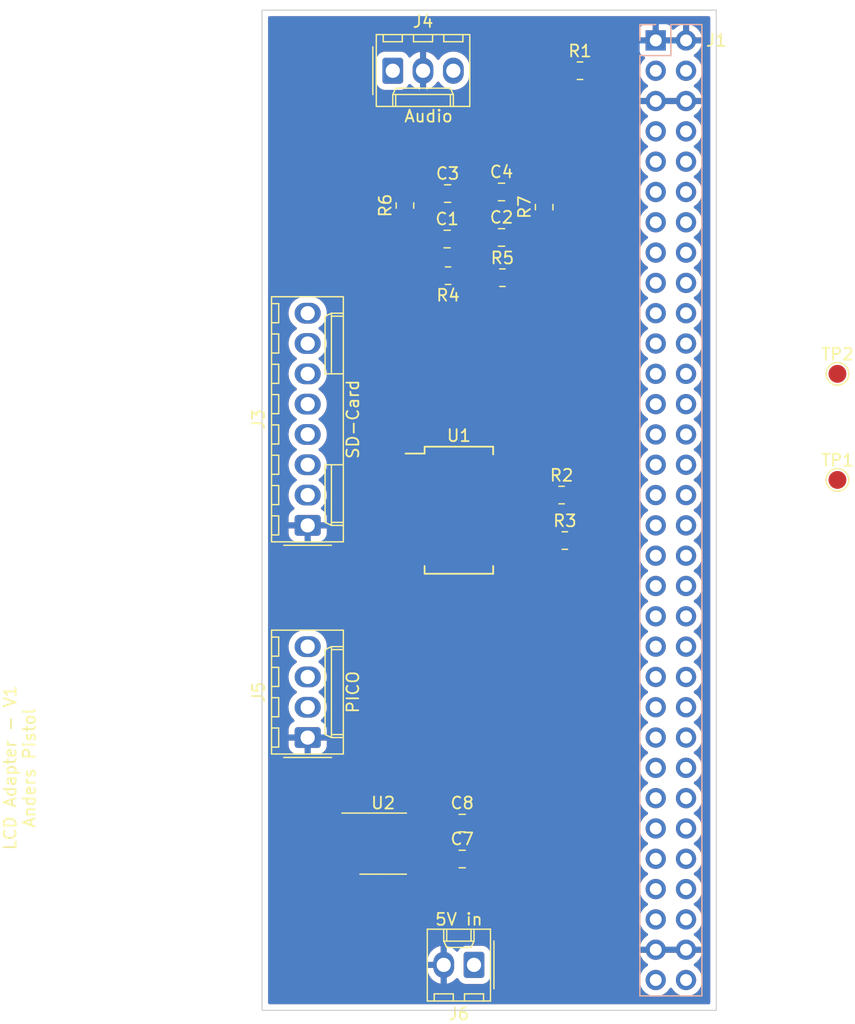
<source format=kicad_pcb>
(kicad_pcb (version 20211014) (generator pcbnew)
  (layers (0 "F.Cu" signal) (31 "B.Cu" signal) (34 "B.Paste" user) (35 "F.Paste" user) (36 "B.SilkS" user "B.Silkscreen") (37 "F.SilkS" user "F.Silkscreen") (38 "B.Mask" user) (39 "F.Mask" user) (44 "Edge.Cuts" user))
  (net 0 "")
  (net 1 "GND")
  (net 2 "5v0")
  (net 45 "/RX")
  (net 46 "/TX")
  (net 47 "/AUDIO_PWM_L")
  (net 48 "/AUDIO_PWM_R")
  (net 49 "/SD_CLK")
  (net 50 "/SD_CMD")
  (net 51 "/SD_DAT0")
  (net 52 "/SD_DAT2")
  (net 53 "/SD_DAT1")
  (net 54 "/SD_DAT3")
  (net 57 "5V_USB")
  (net 65 "Net-(J2-Pad3)")
  (net 66 "Net-(J2-Pad2)")
  (net 70 "Net-(R3-Pad1)")
  (net 71 "Net-(R2-Pad1)")
  (net 74 "Net-(C1-Pad1)")
  (net 75 "Net-(C2-Pad2)")
  (net 76 "Net-(C3-Pad1)")
  (net 77 "Net-(C4-Pad2)")
  (net 78 "Net-(C6-Pad2)")
  (net 79 "Net-(C5-Pad2)")
  (net 80 "Net-(D1-Pad1)")
  (net 81 "Net-(D2-Pad1)")
  (net 82 "/PICO_RX")
  (net 83 "/PICO_TX")
  (net 85 "Net-(U2-Pad6)")
  (net 86 "/3v3")
  (net 87 "Net-(J1-Pad3)")
  (net 88 "VIN")
  (footprint "Capacitor_SMD:C_0805_2012Metric_Pad1.18x1.45mm_HandSolder" (layer "F.Cu") (at 82.83 113.85)
    (fp_text reference "C8" (at 0 -1.68) (layer "F.SilkS"))
    (fp_text value "2.2uF")
    (fp_line (start -0.261252 0.735) (end 0.261252 0.735) (layer "F.SilkS") (width 0.12))
    (fp_line (start -0.261252 -0.735) (end 0.261252 -0.735) (layer "F.SilkS") (width 0.12))
    (pad "1" smd roundrect (at -1.0375 0) (size 1.175 1.45) (layers "F.Cu" "F.Paste" "F.Mask") (roundrect_rratio 0.212766) (net 86 "/3v3"))
    (pad "2" smd roundrect (at 1.0375 0) (size 1.175 1.45) (layers "F.Cu" "F.Paste" "F.Mask") (roundrect_rratio 0.212766) (net 1 "GND"))
  )
  (footprint "Connector_Molex:Molex_KK-254_AE-6410-03A_1x03_P2.54mm_Vertical" (layer "F.Cu") (at 77.005 50.8)
    (fp_text reference "J4" (at 2.54 -4.12) (layer "F.SilkS"))
    (fp_text value "Conn_01x03_Male")
    (fp_line (start 3.34 -2.43) (end 3.34 -3.03) (layer "F.SilkS") (width 0.12))
    (fp_line (start -0.8 -3.03) (end -0.8 -2.43) (layer "F.SilkS") (width 0.12))
    (fp_line (start 5.08 1.99) (end 5.08 2.99) (layer "F.SilkS") (width 0.12))
    (fp_line (start -1.38 2.99) (end 6.46 2.99) (layer "F.SilkS") (width 0.12))
    (fp_line (start 0.25 2.99) (end 0.25 1.99) (layer "F.SilkS") (width 0.12))
    (fp_line (start 4.28 -2.43) (end 5.88 -2.43) (layer "F.SilkS") (width 0.12))
    (fp_line (start 0 1.99) (end 0.25 1.46) (layer "F.SilkS") (width 0.12))
    (fp_line (start -0.8 -2.43) (end 0.8 -2.43) (layer "F.SilkS") (width 0.12))
    (fp_line (start 4.83 2.99) (end 4.83 1.99) (layer "F.SilkS") (width 0.12))
    (fp_line (start -1.38 -3.03) (end -1.38 2.99) (layer "F.SilkS") (width 0.12))
    (fp_line (start 0.8 -2.43) (end 0.8 -3.03) (layer "F.SilkS") (width 0.12))
    (fp_line (start 0 2.99) (end 0 1.99) (layer "F.SilkS") (width 0.12))
    (fp_line (start 5.88 -2.43) (end 5.88 -3.03) (layer "F.SilkS") (width 0.12))
    (fp_line (start 0 1.99) (end 5.08 1.99) (layer "F.SilkS") (width 0.12))
    (fp_line (start 1.74 -3.03) (end 1.74 -2.43) (layer "F.SilkS") (width 0.12))
    (fp_line (start 6.46 2.99) (end 6.46 -3.03) (layer "F.SilkS") (width 0.12))
    (fp_line (start 4.83 1.46) (end 5.08 1.99) (layer "F.SilkS") (width 0.12))
    (fp_line (start -1.67 -2) (end -1.67 2) (layer "F.SilkS") (width 0.12))
    (fp_line (start 1.74 -2.43) (end 3.34 -2.43) (layer "F.SilkS") (width 0.12))
    (fp_line (start 4.28 -3.03) (end 4.28 -2.43) (layer "F.SilkS") (width 0.12))
    (fp_line (start 0.25 1.46) (end 4.83 1.46) (layer "F.SilkS") (width 0.12))
    (fp_line (start 6.46 -3.03) (end -1.38 -3.03) (layer "F.SilkS") (width 0.12))
    (pad "1" thru_hole roundrect (at 0 0) (size 1.74 2.19) (drill 1.19) (layers *.Cu *.Mask) (roundrect_rratio 0.143678) (net 78 "Net-(C6-Pad2)"))
    (pad "2" thru_hole oval (at 2.54 0) (size 1.74 2.19) (drill 1.19) (layers *.Cu *.Mask) (net 1 "GND"))
    (pad "3" thru_hole oval (at 5.08 0) (size 1.74 2.19) (drill 1.19) (layers *.Cu *.Mask) (net 79 "Net-(C5-Pad2)"))
  )
  (footprint "Connector_Molex:Molex_KK-254_AE-6410-08A_1x08_P2.54mm_Vertical" (layer "F.Cu") (at 69.87 88.9 90)
    (fp_text reference "J3" (at 8.89 -4.12 90) (layer "F.SilkS"))
    (fp_text value "Conn_01x08_Male")
    (fp_line (start 4.28 -3.03) (end 4.28 -2.43) (layer "F.SilkS") (width 0.12))
    (fp_line (start 13.5 -2.43) (end 13.5 -3.03) (layer "F.SilkS") (width 0.12))
    (fp_line (start 0.8 -2.43) (end 0.8 -3.03) (layer "F.SilkS") (width 0.12))
    (fp_line (start 5.08 1.99) (end 5.08 2.99) (layer "F.SilkS") (width 0.12))
    (fp_line (start -0.8 -2.43) (end 0.8 -2.43) (layer "F.SilkS") (width 0.12))
    (fp_line (start 16.04 -2.43) (end 16.04 -3.03) (layer "F.SilkS") (width 0.12))
    (fp_line (start 0 1.99) (end 0.25 1.46) (layer "F.SilkS") (width 0.12))
    (fp_line (start 14.44 -2.43) (end 16.04 -2.43) (layer "F.SilkS") (width 0.12))
    (fp_line (start 5.08 1.46) (end 5.08 1.99) (layer "F.SilkS") (width 0.12))
    (fp_line (start -0.8 -3.03) (end -0.8 -2.43) (layer "F.SilkS") (width 0.12))
    (fp_line (start 19.16 2.99) (end 19.16 -3.03) (layer "F.SilkS") (width 0.12))
    (fp_line (start 8.42 -2.43) (end 8.42 -3.03) (layer "F.SilkS") (width 0.12))
    (fp_line (start 0.25 1.46) (end 5.08 1.46) (layer "F.SilkS") (width 0.12))
    (fp_line (start 10.96 -2.43) (end 10.96 -3.03) (layer "F.SilkS") (width 0.12))
    (fp_line (start 17.78 1.99) (end 17.53 1.46) (layer "F.SilkS") (width 0.12))
    (fp_line (start 0.25 2.99) (end 0.25 1.99) (layer "F.SilkS") (width 0.12))
    (fp_line (start 12.7 1.99) (end 12.7 2.99) (layer "F.SilkS") (width 0.12))
    (fp_line (start 14.44 -3.03) (end 14.44 -2.43) (layer "F.SilkS") (width 0.12))
    (fp_line (start 9.36 -2.43) (end 10.96 -2.43) (layer "F.SilkS") (width 0.12))
    (fp_line (start 6.82 -3.03) (end 6.82 -2.43) (layer "F.SilkS") (width 0.12))
    (fp_line (start 6.82 -2.43) (end 8.42 -2.43) (layer "F.SilkS") (width 0.12))
    (fp_line (start 17.78 1.99) (end 12.7 1.99) (layer "F.SilkS") (width 0.12))
    (fp_line (start 4.28 -2.43) (end 5.88 -2.43) (layer "F.SilkS") (width 0.12))
    (fp_line (start 1.74 -2.43) (end 3.34 -2.43) (layer "F.SilkS") (width 0.12))
    (fp_line (start 18.58 -2.43) (end 18.58 -3.03) (layer "F.SilkS") (width 0.12))
    (fp_line (start 9.36 -3.03) (end 9.36 -2.43) (layer "F.SilkS") (width 0.12))
    (fp_line (start 1.74 -3.03) (end 1.74 -2.43) (layer "F.SilkS") (width 0.12))
    (fp_line (start 11.9 -2.43) (end 13.5 -2.43) (layer "F.SilkS") (width 0.12))
    (fp_line (start -1.67 -2) (end -1.67 2) (layer "F.SilkS") (width 0.12))
    (fp_line (start 0 1.99) (end 5.08 1.99) (layer "F.SilkS") (width 0.12))
    (fp_line (start 5.88 -2.43) (end 5.88 -3.03) (layer "F.SilkS") (width 0.12))
    (fp_line (start -1.38 2.99) (end 19.16 2.99) (layer "F.SilkS") (width 0.12))
    (fp_line (start 16.98 -2.43) (end 18.58 -2.43) (layer "F.SilkS") (width 0.12))
    (fp_line (start -1.38 -3.03) (end -1.38 2.99) (layer "F.SilkS") (width 0.12))
    (fp_line (start 11.9 -3.03) (end 11.9 -2.43) (layer "F.SilkS") (width 0.12))
    (fp_line (start 17.53 1.46) (end 12.7 1.46) (layer "F.SilkS") (width 0.12))
    (fp_line (start 12.7 1.46) (end 12.7 1.99) (layer "F.SilkS") (width 0.12))
    (fp_line (start 0 2.99) (end 0 1.99) (layer "F.SilkS") (width 0.12))
    (fp_line (start 19.16 -3.03) (end -1.38 -3.03) (layer "F.SilkS") (width 0.12))
    (fp_line (start 3.34 -2.43) (end 3.34 -3.03) (layer "F.SilkS") (width 0.12))
    (fp_line (start 17.53 2.99) (end 17.53 1.99) (layer "F.SilkS") (width 0.12))
    (fp_line (start 16.98 -3.03) (end 16.98 -2.43) (layer "F.SilkS") (width 0.12))
    (fp_line (start 17.78 2.99) (end 17.78 1.99) (layer "F.SilkS") (width 0.12))
    (pad "1" thru_hole roundrect (at 0 0 90) (size 1.74 2.19) (drill 1.19) (layers *.Cu *.Mask) (roundrect_rratio 0.143678) (net 1 "GND"))
    (pad "2" thru_hole oval (at 2.54 0 90) (size 1.74 2.19) (drill 1.19) (layers *.Cu *.Mask) (net 54 "/SD_DAT3"))
    (pad "3" thru_hole oval (at 5.08 0 90) (size 1.74 2.19) (drill 1.19) (layers *.Cu *.Mask) (net 52 "/SD_DAT2"))
    (pad "4" thru_hole oval (at 7.62 0 90) (size 1.74 2.19) (drill 1.19) (layers *.Cu *.Mask) (net 53 "/SD_DAT1"))
    (pad "5" thru_hole oval (at 10.16 0 90) (size 1.74 2.19) (drill 1.19) (layers *.Cu *.Mask) (net 51 "/SD_DAT0"))
    (pad "6" thru_hole oval (at 12.7 0 90) (size 1.74 2.19) (drill 1.19) (layers *.Cu *.Mask) (net 50 "/SD_CMD"))
    (pad "7" thru_hole oval (at 15.24 0 90) (size 1.74 2.19) (drill 1.19) (layers *.Cu *.Mask) (net 49 "/SD_CLK"))
    (pad "8" thru_hole oval (at 17.78 0 90) (size 1.74 2.19) (drill 1.19) (layers *.Cu *.Mask) (net 86 "/3v3"))
  )
  (footprint "Package_SO:SSOP-28_5.3x10.2mm_P0.65mm" (layer "F.Cu") (at 82.55 87.63)
    (fp_text reference "U1" (at 0 -6.25) (layer "F.SilkS"))
    (fp_text value "FT232RL")
    (fp_line (start 2.875 5.325) (end 2.875 4.675) (layer "F.SilkS") (width 0.15))
    (fp_line (start -2.875 -5.325) (end 2.875 -5.325) (layer "F.SilkS") (width 0.15))
    (fp_line (start 2.875 -5.325) (end 2.875 -4.675) (layer "F.SilkS") (width 0.15))
    (fp_line (start -2.875 -4.75) (end -4.475 -4.75) (layer "F.SilkS") (width 0.15))
    (fp_line (start -2.875 5.325) (end 2.875 5.325) (layer "F.SilkS") (width 0.15))
    (fp_line (start -2.875 5.325) (end -2.875 4.675) (layer "F.SilkS") (width 0.15))
    (fp_line (start -2.875 -5.325) (end -2.875 -4.75) (layer "F.SilkS") (width 0.15))
    (pad "1" smd rect (at -3.6 -4.225) (size 1.75 0.45) (layers "F.Cu" "F.Paste" "F.Mask") (net 46 "/TX"))
    (pad "2" smd rect (at -3.6 -3.575) (size 1.75 0.45) (layers "F.Cu" "F.Paste" "F.Mask"))
    (pad "3" smd rect (at -3.6 -2.925) (size 1.75 0.45) (layers "F.Cu" "F.Paste" "F.Mask"))
    (pad "4" smd rect (at -3.6 -2.275) (size 1.75 0.45) (layers "F.Cu" "F.Paste" "F.Mask") (net 57 "5V_USB"))
    (pad "5" smd rect (at -3.6 -1.625) (size 1.75 0.45) (layers "F.Cu" "F.Paste" "F.Mask") (net 45 "/RX"))
    (pad "6" smd rect (at -3.6 -0.975) (size 1.75 0.45) (layers "F.Cu" "F.Paste" "F.Mask"))
    (pad "7" smd rect (at -3.6 -0.325) (size 1.75 0.45) (layers "F.Cu" "F.Paste" "F.Mask") (net 1 "GND"))
    (pad "8" smd rect (at -3.6 0.325) (size 1.75 0.45) (layers "F.Cu" "F.Paste" "F.Mask"))
    (pad "9" smd rect (at -3.6 0.975) (size 1.75 0.45) (layers "F.Cu" "F.Paste" "F.Mask"))
    (pad "10" smd rect (at -3.6 1.625) (size 1.75 0.45) (layers "F.Cu" "F.Paste" "F.Mask"))
    (pad "11" smd rect (at -3.6 2.275) (size 1.75 0.45) (layers "F.Cu" "F.Paste" "F.Mask"))
    (pad "12" smd rect (at -3.6 2.925) (size 1.75 0.45) (layers "F.Cu" "F.Paste" "F.Mask"))
    (pad "13" smd rect (at -3.6 3.575) (size 1.75 0.45) (layers "F.Cu" "F.Paste" "F.Mask"))
    (pad "14" smd rect (at -3.6 4.225) (size 1.75 0.45) (layers "F.Cu" "F.Paste" "F.Mask"))
    (pad "15" smd rect (at 3.6 4.225) (size 1.75 0.45) (layers "F.Cu" "F.Paste" "F.Mask") (net 65 "Net-(J2-Pad3)"))
    (pad "16" smd rect (at 3.6 3.575) (size 1.75 0.45) (layers "F.Cu" "F.Paste" "F.Mask") (net 66 "Net-(J2-Pad2)"))
    (pad "17" smd rect (at 3.6 2.925) (size 1.75 0.45) (layers "F.Cu" "F.Paste" "F.Mask"))
    (pad "18" smd rect (at 3.6 2.275) (size 1.75 0.45) (layers "F.Cu" "F.Paste" "F.Mask") (net 1 "GND"))
    (pad "19" smd rect (at 3.6 1.625) (size 1.75 0.45) (layers "F.Cu" "F.Paste" "F.Mask"))
    (pad "20" smd rect (at 3.6 0.975) (size 1.75 0.45) (layers "F.Cu" "F.Paste" "F.Mask"))
    (pad "21" smd rect (at 3.6 0.325) (size 1.75 0.45) (layers "F.Cu" "F.Paste" "F.Mask") (net 1 "GND"))
    (pad "22" smd rect (at 3.6 -0.325) (size 1.75 0.45) (layers "F.Cu" "F.Paste" "F.Mask") (net 70 "Net-(R3-Pad1)"))
    (pad "23" smd rect (at 3.6 -0.975) (size 1.75 0.45) (layers "F.Cu" "F.Paste" "F.Mask") (net 71 "Net-(R2-Pad1)"))
    (pad "24" smd rect (at 3.6 -1.625) (size 1.75 0.45) (layers "F.Cu" "F.Paste" "F.Mask"))
    (pad "25" smd rect (at 3.6 -2.275) (size 1.75 0.45) (layers "F.Cu" "F.Paste" "F.Mask") (net 1 "GND"))
    (pad "26" smd rect (at 3.6 -2.925) (size 1.75 0.45) (layers "F.Cu" "F.Paste" "F.Mask") (net 1 "GND"))
    (pad "27" smd rect (at 3.6 -3.575) (size 1.75 0.45) (layers "F.Cu" "F.Paste" "F.Mask"))
    (pad "28" smd rect (at 3.6 -4.225) (size 1.75 0.45) (layers "F.Cu" "F.Paste" "F.Mask"))
  )
  (footprint "Resistor_SMD:R_0805_2012Metric_Pad1.20x1.40mm_HandSolder" (layer "F.Cu") (at 89.705 62.23 90)
    (fp_text reference "R7" (at 0 -1.65 90) (layer "F.SilkS"))
    (fp_text value "560")
    (fp_line (start -0.227064 0.735) (end 0.227064 0.735) (layer "F.SilkS") (width 0.12))
    (fp_line (start -0.227064 -0.735) (end 0.227064 -0.735) (layer "F.SilkS") (width 0.12))
    (pad "1" smd roundrect (at -1 0 90) (size 1.2 1.4) (layers "F.Cu" "F.Paste" "F.Mask") (roundrect_rratio 0.208333) (net 75 "Net-(C2-Pad2)"))
    (pad "2" smd roundrect (at 1 0 90) (size 1.2 1.4) (layers "F.Cu" "F.Paste" "F.Mask") (roundrect_rratio 0.208333) (net 77 "Net-(C4-Pad2)"))
  )
  (footprint "TestPoint:TestPoint_Pad_D1.5mm" (layer "F.Cu") (at 114.3 85.09)
    (fp_text reference "TP1" (at 0 -1.648) (layer "F.SilkS"))
    (fp_text value "5v0")
    (fp_circle (center 0 0) (end 0 0.95) (layer "F.SilkS") (width 0.12) (fill none))
    (pad "1" smd circle (at 0 0) (size 1.5 1.5) (layers "F.Cu" "F.Mask") (net 2 "5v0"))
  )
  (footprint "Capacitor_SMD:C_0805_2012Metric_Pad1.18x1.45mm_HandSolder" (layer "F.Cu") (at 81.566508 64.904044)
    (fp_text reference "C1" (at 0 -1.68) (layer "F.SilkS"))
    (fp_text value "10nF")
    (fp_line (start -0.261252 0.735) (end 0.261252 0.735) (layer "F.SilkS") (width 0.12))
    (fp_line (start -0.261252 -0.735) (end 0.261252 -0.735) (layer "F.SilkS") (width 0.12))
    (pad "1" smd roundrect (at -1.0375 0) (size 1.175 1.45) (layers "F.Cu" "F.Paste" "F.Mask") (roundrect_rratio 0.212766) (net 74 "Net-(C1-Pad1)"))
    (pad "2" smd roundrect (at 1.0375 0) (size 1.175 1.45) (layers "F.Cu" "F.Paste" "F.Mask") (roundrect_rratio 0.212766) (net 1 "GND"))
  )
  (footprint "Resistor_SMD:R_0805_2012Metric_Pad1.20x1.40mm_HandSolder" (layer "F.Cu") (at 86.203167 68.142981)
    (fp_text reference "R5" (at 0 -1.65) (layer "F.SilkS"))
    (fp_text value "560")
    (fp_line (start -0.227064 -0.735) (end 0.227064 -0.735) (layer "F.SilkS") (width 0.12))
    (fp_line (start -0.227064 0.735) (end 0.227064 0.735) (layer "F.SilkS") (width 0.12))
    (pad "1" smd roundrect (at -1 0) (size 1.2 1.4) (layers "F.Cu" "F.Paste" "F.Mask") (roundrect_rratio 0.208333) (net 48 "/AUDIO_PWM_R"))
    (pad "2" smd roundrect (at 1 0) (size 1.2 1.4) (layers "F.Cu" "F.Paste" "F.Mask") (roundrect_rratio 0.208333) (net 75 "Net-(C2-Pad2)"))
  )
  (footprint "Resistor_SMD:R_0805_2012Metric_Pad1.20x1.40mm_HandSolder" (layer "F.Cu") (at 92.71 50.8)
    (fp_text reference "R1" (at 0 -1.65) (layer "F.SilkS"))
    (fp_text value "0")
    (fp_line (start -0.227064 -0.735) (end 0.227064 -0.735) (layer "F.SilkS") (width 0.12))
    (fp_line (start -0.227064 0.735) (end 0.227064 0.735) (layer "F.SilkS") (width 0.12))
    (pad "1" smd roundrect (at -1 0) (size 1.2 1.4) (layers "F.Cu" "F.Paste" "F.Mask") (roundrect_rratio 0.208333) (net 87 "Net-(J1-Pad3)"))
    (pad "2" smd roundrect (at 1 0) (size 1.2 1.4) (layers "F.Cu" "F.Paste" "F.Mask") (roundrect_rratio 0.208333) (net 86 "/3v3"))
  )
  (footprint "Resistor_SMD:R_0805_2012Metric_Pad1.20x1.40mm_HandSolder" (layer "F.Cu") (at 78.029008 62.094044 90)
    (fp_text reference "R6" (at 0 -1.65 90) (layer "F.SilkS"))
    (fp_text value "560")
    (fp_line (start -0.227064 -0.735) (end 0.227064 -0.735) (layer "F.SilkS") (width 0.12))
    (fp_line (start -0.227064 0.735) (end 0.227064 0.735) (layer "F.SilkS") (width 0.12))
    (pad "1" smd roundrect (at -1 0 90) (size 1.2 1.4) (layers "F.Cu" "F.Paste" "F.Mask") (roundrect_rratio 0.208333) (net 74 "Net-(C1-Pad1)"))
    (pad "2" smd roundrect (at 1 0 90) (size 1.2 1.4) (layers "F.Cu" "F.Paste" "F.Mask") (roundrect_rratio 0.208333) (net 76 "Net-(C3-Pad1)"))
  )
  (footprint "Package_SO:SOIC-8_3.9x4.9mm_P1.27mm" (layer "F.Cu") (at 76.2 115.57)
    (fp_text reference "U2" (at 0 -3.4) (layer "F.SilkS"))
    (fp_text value "LP2951-3.3_SOIC")
    (fp_line (start 0 -2.56) (end -3.45 -2.56) (layer "F.SilkS") (width 0.12))
    (fp_line (start 0 2.56) (end 1.95 2.56) (layer "F.SilkS") (width 0.12))
    (fp_line (start 0 -2.56) (end 1.95 -2.56) (layer "F.SilkS") (width 0.12))
    (fp_line (start 0 2.56) (end -1.95 2.56) (layer "F.SilkS") (width 0.12))
    (pad "1" smd roundrect (at -2.475 -1.905) (size 1.95 0.6) (layers "F.Cu" "F.Paste" "F.Mask") (net 86 "/3v3"))
    (pad "2" smd roundrect (at -2.475 -0.635) (size 1.95 0.6) (layers "F.Cu" "F.Paste" "F.Mask") (net 86 "/3v3"))
    (pad "3" smd roundrect (at -2.475 0.635) (size 1.95 0.6) (layers "F.Cu" "F.Paste" "F.Mask") (net 1 "GND"))
    (pad "4" smd roundrect (at -2.475 1.905) (size 1.95 0.6) (layers "F.Cu" "F.Paste" "F.Mask") (net 1 "GND"))
    (pad "5" smd roundrect (at 2.475 1.905) (size 1.95 0.6) (layers "F.Cu" "F.Paste" "F.Mask"))
    (pad "6" smd roundrect (at 2.475 0.635) (size 1.95 0.6) (layers "F.Cu" "F.Paste" "F.Mask") (net 85 "Net-(U2-Pad6)"))
    (pad "7" smd roundrect (at 2.475 -0.635) (size 1.95 0.6) (layers "F.Cu" "F.Paste" "F.Mask") (net 85 "Net-(U2-Pad6)"))
    (pad "8" smd roundrect (at 2.475 -1.905) (size 1.95 0.6) (layers "F.Cu" "F.Paste" "F.Mask") (net 88 "VIN"))
  )
  (footprint "Resistor_SMD:R_0805_2012Metric_Pad1.20x1.40mm_HandSolder" (layer "F.Cu") (at 91.44 90.17)
    (fp_text reference "R3" (at 0 -1.65) (layer "F.SilkS"))
    (fp_text value "0")
    (fp_line (start -0.227064 -0.735) (end 0.227064 -0.735) (layer "F.SilkS") (width 0.12))
    (fp_line (start -0.227064 0.735) (end 0.227064 0.735) (layer "F.SilkS") (width 0.12))
    (pad "1" smd roundrect (at -1 0) (size 1.2 1.4) (layers "F.Cu" "F.Paste" "F.Mask") (roundrect_rratio 0.208333) (net 70 "Net-(R3-Pad1)"))
    (pad "2" smd roundrect (at 1 0) (size 1.2 1.4) (layers "F.Cu" "F.Paste" "F.Mask") (roundrect_rratio 0.208333) (net 81 "Net-(D2-Pad1)"))
  )
  (footprint "Resistor_SMD:R_0805_2012Metric_Pad1.20x1.40mm_HandSolder" (layer "F.Cu") (at 91.17 86.36)
    (fp_text reference "R2" (at 0 -1.65) (layer "F.SilkS"))
    (fp_text value "0")
    (fp_line (start -0.227064 0.735) (end 0.227064 0.735) (layer "F.SilkS") (width 0.12))
    (fp_line (start -0.227064 -0.735) (end 0.227064 -0.735) (layer "F.SilkS") (width 0.12))
    (pad "1" smd roundrect (at -1 0) (size 1.2 1.4) (layers "F.Cu" "F.Paste" "F.Mask") (roundrect_rratio 0.208333) (net 71 "Net-(R2-Pad1)"))
    (pad "2" smd roundrect (at 1 0) (size 1.2 1.4) (layers "F.Cu" "F.Paste" "F.Mask") (roundrect_rratio 0.208333) (net 80 "Net-(D1-Pad1)"))
  )
  (footprint "Capacitor_SMD:C_0805_2012Metric_Pad1.18x1.45mm_HandSolder" (layer "F.Cu") (at 82.83 116.86)
    (fp_text reference "C7" (at 0 -1.68) (layer "F.SilkS"))
    (fp_text value "0.1uF")
    (fp_line (start -0.261252 -0.735) (end 0.261252 -0.735) (layer "F.SilkS") (width 0.12))
    (fp_line (start -0.261252 0.735) (end 0.261252 0.735) (layer "F.SilkS") (width 0.12))
    (pad "1" smd roundrect (at -1.0375 0) (size 1.175 1.45) (layers "F.Cu" "F.Paste" "F.Mask") (roundrect_rratio 0.212766) (net 86 "/3v3"))
    (pad "2" smd roundrect (at 1.0375 0) (size 1.175 1.45) (layers "F.Cu" "F.Paste" "F.Mask") (roundrect_rratio 0.212766) (net 1 "GND"))
  )
  (footprint "Capacitor_SMD:C_0805_2012Metric_Pad1.18x1.45mm_HandSolder" (layer "F.Cu") (at 86.1275 60.96)
    (fp_text reference "C4" (at 0 -1.68) (layer "F.SilkS"))
    (fp_text value "10nF")
    (fp_line (start -0.261252 0.735) (end 0.261252 0.735) (layer "F.SilkS") (width 0.12))
    (fp_line (start -0.261252 -0.735) (end 0.261252 -0.735) (layer "F.SilkS") (width 0.12))
    (pad "1" smd roundrect (at -1.0375 0) (size 1.175 1.45) (layers "F.Cu" "F.Paste" "F.Mask") (roundrect_rratio 0.212766) (net 1 "GND"))
    (pad "2" smd roundrect (at 1.0375 0) (size 1.175 1.45) (layers "F.Cu" "F.Paste" "F.Mask") (roundrect_rratio 0.212766) (net 77 "Net-(C4-Pad2)"))
  )
  (footprint "Capacitor_SMD:C_0805_2012Metric_Pad1.18x1.45mm_HandSolder" (layer "F.Cu") (at 81.606508 61.094044)
    (fp_text reference "C3" (at 0 -1.68) (layer "F.SilkS"))
    (fp_text value "10nF")
    (fp_line (start -0.261252 -0.735) (end 0.261252 -0.735) (layer "F.SilkS") (width 0.12))
    (fp_line (start -0.261252 0.735) (end 0.261252 0.735) (layer "F.SilkS") (width 0.12))
    (pad "1" smd roundrect (at -1.0375 0) (size 1.175 1.45) (layers "F.Cu" "F.Paste" "F.Mask") (roundrect_rratio 0.212766) (net 76 "Net-(C3-Pad1)"))
    (pad "2" smd roundrect (at 1.0375 0) (size 1.175 1.45) (layers "F.Cu" "F.Paste" "F.Mask") (roundrect_rratio 0.212766) (net 1 "GND"))
  )
  (footprint "Capacitor_SMD:C_0805_2012Metric_Pad1.18x1.45mm_HandSolder" (layer "F.Cu") (at 86.1275 64.77)
    (fp_text reference "C2" (at 0 -1.68) (layer "F.SilkS"))
    (fp_text value "10nF")
    (fp_line (start -0.261252 -0.735) (end 0.261252 -0.735) (layer "F.SilkS") (width 0.12))
    (fp_line (start -0.261252 0.735) (end 0.261252 0.735) (layer "F.SilkS") (width 0.12))
    (pad "1" smd roundrect (at -1.0375 0) (size 1.175 1.45) (layers "F.Cu" "F.Paste" "F.Mask") (roundrect_rratio 0.212766) (net 1 "GND"))
    (pad "2" smd roundrect (at 1.0375 0) (size 1.175 1.45) (layers "F.Cu" "F.Paste" "F.Mask") (roundrect_rratio 0.212766) (net 75 "Net-(C2-Pad2)"))
  )
  (footprint "Connector_Molex:Molex_KK-254_AE-6410-02A_1x02_P2.54mm_Vertical" (layer "F.Cu") (at 83.82 125.73 180)
    (fp_text reference "J6" (at 1.27 -4.12) (layer "F.SilkS"))
    (fp_text value "Conn_01x02_Male")
    (fp_line (start -1.38 -3.03) (end -1.38 2.99) (layer "F.SilkS") (width 0.12))
    (fp_line (start 2.29 2.99) (end 2.29 1.99) (layer "F.SilkS") (width 0.12))
    (fp_line (start 2.54 1.99) (end 2.54 2.99) (layer "F.SilkS") (width 0.12))
    (fp_line (start -1.67 -2) (end -1.67 2) (layer "F.SilkS") (width 0.12))
    (fp_line (start 0.8 -2.43) (end 0.8 -3.03) (layer "F.SilkS") (width 0.12))
    (fp_line (start -1.38 2.99) (end 3.92 2.99) (layer "F.SilkS") (width 0.12))
    (fp_line (start 3.34 -2.43) (end 3.34 -3.03) (layer "F.SilkS") (width 0.12))
    (fp_line (start -0.8 -3.03) (end -0.8 -2.43) (layer "F.SilkS") (width 0.12))
    (fp_line (start 0.25 2.99) (end 0.25 1.99) (layer "F.SilkS") (width 0.12))
    (fp_line (start 2.29 1.46) (end 2.54 1.99) (layer "F.SilkS") (width 0.12))
    (fp_line (start 3.92 -3.03) (end -1.38 -3.03) (layer "F.SilkS") (width 0.12))
    (fp_line (start 1.74 -2.43) (end 3.34 -2.43) (layer "F.SilkS") (width 0.12))
    (fp_line (start -0.8 -2.43) (end 0.8 -2.43) (layer "F.SilkS") (width 0.12))
    (fp_line (start 0 2.99) (end 0 1.99) (layer "F.SilkS") (width 0.12))
    (fp_line (start 3.92 2.99) (end 3.92 -3.03) (layer "F.SilkS") (width 0.12))
    (fp_line (start 0.25 1.46) (end 2.29 1.46) (layer "F.SilkS") (width 0.12))
    (fp_line (start 0 1.99) (end 0.25 1.46) (layer "F.SilkS") (width 0.12))
    (fp_line (start 0 1.99) (end 2.54 1.99) (layer "F.SilkS") (width 0.12))
    (fp_line (start 1.74 -3.03) (end 1.74 -2.43) (layer "F.SilkS") (width 0.12))
    (pad "1" thru_hole roundrect (at 0 0 180) (size 1.74 2.19) (drill 1.19) (layers *.Cu *.Mask) (roundrect_rratio 0.143678) (net 88 "VIN"))
    (pad "2" thru_hole oval (at 2.54 0 180) (size 1.74 2.19) (drill 1.19) (layers *.Cu *.Mask) (net 1 "GND"))
  )
  (footprint "Connector_Molex:Molex_KK-254_AE-6410-04A_1x04_P2.54mm_Vertical" (layer "F.Cu") (at 69.87 106.68 90)
    (fp_text reference "J5" (at 3.81 -4.12 90) (layer "F.SilkS"))
    (fp_text value "Conn_01x04_Male")
    (fp_line (start -0.8 -2.43) (end 0.8 -2.43) (layer "F.SilkS") (width 0.12))
    (fp_line (start 6.82 -2.43) (end 8.42 -2.43) (layer "F.SilkS") (width 0.12))
    (fp_line (start 1.74 -3.03) (end 1.74 -2.43) (layer "F.SilkS") (width 0.12))
    (fp_line (start 1.74 -2.43) (end 3.34 -2.43) (layer "F.SilkS") (width 0.12))
    (fp_line (start 4.28 -2.43) (end 5.88 -2.43) (layer "F.SilkS") (width 0.12))
    (fp_line (start 0 1.99) (end 7.62 1.99) (layer "F.SilkS") (width 0.12))
    (fp_line (start 7.37 1.46) (end 7.62 1.99) (layer "F.SilkS") (width 0.12))
    (fp_line (start 0 2.99) (end 0 1.99) (layer "F.SilkS") (width 0.12))
    (fp_line (start -1.67 -2) (end -1.67 2) (layer "F.SilkS") (width 0.12))
    (fp_line (start -1.38 2.99) (end 9 2.99) (layer "F.SilkS") (width 0.12))
    (fp_line (start 0.25 1.46) (end 7.37 1.46) (layer "F.SilkS") (width 0.12))
    (fp_line (start 0.8 -2.43) (end 0.8 -3.03) (layer "F.SilkS") (width 0.12))
    (fp_line (start 5.88 -2.43) (end 5.88 -3.03) (layer "F.SilkS") (width 0.12))
    (fp_line (start 7.62 1.99) (end 7.62 2.99) (layer "F.SilkS") (width 0.12))
    (fp_line (start 0 1.99) (end 0.25 1.46) (layer "F.SilkS") (width 0.12))
    (fp_line (start 8.42 -2.43) (end 8.42 -3.03) (layer "F.SilkS") (width 0.12))
    (fp_line (start -1.38 -3.03) (end -1.38 2.99) (layer "F.SilkS") (width 0.12))
    (fp_line (start 9 2.99) (end 9 -3.03) (layer "F.SilkS") (width 0.12))
    (fp_line (start 3.34 -2.43) (end 3.34 -3.03) (layer "F.SilkS") (width 0.12))
    (fp_line (start 6.82 -3.03) (end 6.82 -2.43) (layer "F.SilkS") (width 0.12))
    (fp_line (start 9 -3.03) (end -1.38 -3.03) (layer "F.SilkS") (width 0.12))
    (fp_line (start -0.8 -3.03) (end -0.8 -2.43) (layer "F.SilkS") (width 0.12))
    (fp_line (start 0.25 2.99) (end 0.25 1.99) (layer "F.SilkS") (width 0.12))
    (fp_line (start 7.37 2.99) (end 7.37 1.99) (layer "F.SilkS") (width 0.12))
    (fp_line (start 4.28 -3.03) (end 4.28 -2.43) (layer "F.SilkS") (width 0.12))
    (pad "1" thru_hole roundrect (at 0 0 90) (size 1.74 2.19) (drill 1.19) (layers *.Cu *.Mask) (roundrect_rratio 0.143678) (net 1 "GND"))
    (pad "2" thru_hole oval (at 2.54 0 90) (size 1.74 2.19) (drill 1.19) (layers *.Cu *.Mask) (net 83 "/PICO_TX"))
    (pad "3" thru_hole oval (at 5.08 0 90) (size 1.74 2.19) (drill 1.19) (layers *.Cu *.Mask) (net 82 "/PICO_RX"))
    (pad "4" thru_hole oval (at 7.62 0 90) (size 1.74 2.19) (drill 1.19) (layers *.Cu *.Mask) (net 86 "/3v3"))
  )
  (footprint "Resistor_SMD:R_0805_2012Metric_Pad1.20x1.40mm_HandSolder" (layer "F.Cu") (at 81.645379 67.973666 180)
    (fp_text reference "R4" (at 0 -1.65) (layer "F.SilkS"))
    (fp_text value "560")
    (fp_line (start -0.227064 -0.735) (end 0.227064 -0.735) (layer "F.SilkS") (width 0.12))
    (fp_line (start -0.227064 0.735) (end 0.227064 0.735) (layer "F.SilkS") (width 0.12))
    (pad "1" smd roundrect (at -1 0 180) (size 1.2 1.4) (layers "F.Cu" "F.Paste" "F.Mask") (roundrect_rratio 0.208333) (net 47 "/AUDIO_PWM_L"))
    (pad "2" smd roundrect (at 1 0 180) (size 1.2 1.4) (layers "F.Cu" "F.Paste" "F.Mask") (roundrect_rratio 0.208333) (net 74 "Net-(C1-Pad1)"))
  )
  (footprint "TestPoint:TestPoint_Pad_D1.5mm" (layer "F.Cu") (at 114.3 76.2)
    (fp_text reference "TP2" (at 0 -1.648) (layer "F.SilkS"))
    (fp_text value "3v3")
    (fp_circle (center 0 0) (end 0 0.95) (layer "F.SilkS") (width 0.12) (fill none))
    (pad "1" smd circle (at 0 0) (size 1.5 1.5) (layers "F.Cu" "F.Mask") (net 86 "/3v3"))
  )
  (footprint "Connector_PinSocket_2.54mm:PinSocket_2x32_P2.54mm_Vertical" (layer "B.Cu") (at 99.06 48.26 180)
    (fp_text reference "J1" (at -5.08 0) (layer "F.SilkS"))
    (fp_text value "Conn_02x32_Odd_Even")
    (fp_line (start -3.87 1.33) (end -1.27 1.33) (layer "B.SilkS") (width 0.12))
    (fp_line (start -1.27 -1.27) (end 1.33 -1.27) (layer "B.SilkS") (width 0.12))
    (fp_line (start -1.27 1.33) (end -1.27 -1.27) (layer "B.SilkS") (width 0.12))
    (fp_line (start 0 1.33) (end 1.33 1.33) (layer "B.SilkS") (width 0.12))
    (fp_line (start 1.33 -1.27) (end 1.33 -80.07) (layer "B.SilkS") (width 0.12))
    (fp_line (start 1.33 1.33) (end 1.33 0) (layer "B.SilkS") (width 0.12))
    (fp_line (start -3.87 1.33) (end -3.87 -80.07) (layer "B.SilkS") (width 0.12))
    (fp_line (start -3.87 -80.07) (end 1.33 -80.07) (layer "B.SilkS") (width 0.12))
    (pad "1" thru_hole rect (at 0 0 180) (size 1.7 1.7) (drill 1) (layers *.Cu *.Mask) (net 1 "GND"))
    (pad "2" thru_hole oval (at -2.54 0 180) (size 1.7 1.7) (drill 1) (layers *.Cu *.Mask) (net 1 "GND"))
    (pad "3" thru_hole oval (at 0 -2.54 180) (size 1.7 1.7) (drill 1) (layers *.Cu *.Mask) (net 87 "Net-(J1-Pad3)"))
    (pad "4" thru_hole oval (at -2.54 -2.54 180) (size 1.7 1.7) (drill 1) (layers *.Cu *.Mask) (net 87 "Net-(J1-Pad3)"))
    (pad "5" thru_hole oval (at 0 -5.08 180) (size 1.7 1.7) (drill 1) (layers *.Cu *.Mask) (net 1 "GND"))
    (pad "6" thru_hole oval (at -2.54 -5.08 180) (size 1.7 1.7) (drill 1) (layers *.Cu *.Mask) (net 1 "GND"))
    (pad "7" thru_hole oval (at 0 -7.62 180) (size 1.7 1.7) (drill 1) (layers *.Cu *.Mask))
    (pad "8" thru_hole oval (at -2.54 -7.62 180) (size 1.7 1.7) (drill 1) (layers *.Cu *.Mask))
    (pad "9" thru_hole oval (at 0 -10.16 180) (size 1.7 1.7) (drill 1) (layers *.Cu *.Mask))
    (pad "10" thru_hole oval (at -2.54 -10.16 180) (size 1.7 1.7) (drill 1) (layers *.Cu *.Mask))
    (pad "11" thru_hole oval (at 0 -12.7 180) (size 1.7 1.7) (drill 1) (layers *.Cu *.Mask))
    (pad "12" thru_hole oval (at -2.54 -12.7 180) (size 1.7 1.7) (drill 1) (layers *.Cu *.Mask))
    (pad "13" thru_hole oval (at 0 -15.24 180) (size 1.7 1.7) (drill 1) (layers *.Cu *.Mask))
    (pad "14" thru_hole oval (at -2.54 -15.24 180) (size 1.7 1.7) (drill 1) (layers *.Cu *.Mask))
    (pad "15" thru_hole oval (at 0 -17.78 180) (size 1.7 1.7) (drill 1) (layers *.Cu *.Mask))
    (pad "16" thru_hole oval (at -2.54 -17.78 180) (size 1.7 1.7) (drill 1) (layers *.Cu *.Mask))
    (pad "17" thru_hole oval (at 0 -20.32 180) (size 1.7 1.7) (drill 1) (layers *.Cu *.Mask))
    (pad "18" thru_hole oval (at -2.54 -20.32 180) (size 1.7 1.7) (drill 1) (layers *.Cu *.Mask))
    (pad "19" thru_hole oval (at 0 -22.86 180) (size 1.7 1.7) (drill 1) (layers *.Cu *.Mask))
    (pad "20" thru_hole oval (at -2.54 -22.86 180) (size 1.7 1.7) (drill 1) (layers *.Cu *.Mask))
    (pad "21" thru_hole oval (at 0 -25.4 180) (size 1.7 1.7) (drill 1) (layers *.Cu *.Mask))
    (pad "22" thru_hole oval (at -2.54 -25.4 180) (size 1.7 1.7) (drill 1) (layers *.Cu *.Mask))
    (pad "23" thru_hole oval (at 0 -27.94 180) (size 1.7 1.7) (drill 1) (layers *.Cu *.Mask))
    (pad "24" thru_hole oval (at -2.54 -27.94 180) (size 1.7 1.7) (drill 1) (layers *.Cu *.Mask))
    (pad "25" thru_hole oval (at 0 -30.48 180) (size 1.7 1.7) (drill 1) (layers *.Cu *.Mask))
    (pad "26" thru_hole oval (at -2.54 -30.48 180) (size 1.7 1.7) (drill 1) (layers *.Cu *.Mask))
    (pad "27" thru_hole oval (at 0 -33.02 180) (size 1.7 1.7) (drill 1) (layers *.Cu *.Mask))
    (pad "28" thru_hole oval (at -2.54 -33.02 180) (size 1.7 1.7) (drill 1) (layers *.Cu *.Mask))
    (pad "29" thru_hole oval (at 0 -35.56 180) (size 1.7 1.7) (drill 1) (layers *.Cu *.Mask))
    (pad "30" thru_hole oval (at -2.54 -35.56 180) (size 1.7 1.7) (drill 1) (layers *.Cu *.Mask))
    (pad "31" thru_hole oval (at 0 -38.1 180) (size 1.7 1.7) (drill 1) (layers *.Cu *.Mask))
    (pad "32" thru_hole oval (at -2.54 -38.1 180) (size 1.7 1.7) (drill 1) (layers *.Cu *.Mask))
    (pad "33" thru_hole oval (at 0 -40.64 180) (size 1.7 1.7) (drill 1) (layers *.Cu *.Mask))
    (pad "34" thru_hole oval (at -2.54 -40.64 180) (size 1.7 1.7) (drill 1) (layers *.Cu *.Mask))
    (pad "35" thru_hole oval (at 0 -43.18 180) (size 1.7 1.7) (drill 1) (layers *.Cu *.Mask))
    (pad "36" thru_hole oval (at -2.54 -43.18 180) (size 1.7 1.7) (drill 1) (layers *.Cu *.Mask))
    (pad "37" thru_hole oval (at 0 -45.72 180) (size 1.7 1.7) (drill 1) (layers *.Cu *.Mask))
    (pad "38" thru_hole oval (at -2.54 -45.72 180) (size 1.7 1.7) (drill 1) (layers *.Cu *.Mask))
    (pad "39" thru_hole oval (at 0 -48.26 180) (size 1.7 1.7) (drill 1) (layers *.Cu *.Mask))
    (pad "40" thru_hole oval (at -2.54 -48.26 180) (size 1.7 1.7) (drill 1) (layers *.Cu *.Mask))
    (pad "41" thru_hole oval (at 0 -50.8 180) (size 1.7 1.7) (drill 1) (layers *.Cu *.Mask))
    (pad "42" thru_hole oval (at -2.54 -50.8 180) (size 1.7 1.7) (drill 1) (layers *.Cu *.Mask))
    (pad "43" thru_hole oval (at 0 -53.34 180) (size 1.7 1.7) (drill 1) (layers *.Cu *.Mask))
    (pad "44" thru_hole oval (at -2.54 -53.34 180) (size 1.7 1.7) (drill 1) (layers *.Cu *.Mask))
    (pad "45" thru_hole oval (at 0 -55.88 180) (size 1.7 1.7) (drill 1) (layers *.Cu *.Mask) (net 45 "/RX"))
    (pad "46" thru_hole oval (at -2.54 -55.88 180) (size 1.7 1.7) (drill 1) (layers *.Cu *.Mask) (net 82 "/PICO_RX"))
    (pad "47" thru_hole oval (at 0 -58.42 180) (size 1.7 1.7) (drill 1) (layers *.Cu *.Mask) (net 46 "/TX"))
    (pad "48" thru_hole oval (at -2.54 -58.42 180) (size 1.7 1.7) (drill 1) (layers *.Cu *.Mask) (net 83 "/PICO_TX"))
    (pad "49" thru_hole oval (at 0 -60.96 180) (size 1.7 1.7) (drill 1) (layers *.Cu *.Mask) (net 47 "/AUDIO_PWM_L"))
    (pad "50" thru_hole oval (at -2.54 -60.96 180) (size 1.7 1.7) (drill 1) (layers *.Cu *.Mask))
    (pad "51" thru_hole oval (at 0 -63.5 180) (size 1.7 1.7) (drill 1) (layers *.Cu *.Mask) (net 48 "/AUDIO_PWM_R"))
    (pad "52" thru_hole oval (at -2.54 -63.5 180) (size 1.7 1.7) (drill 1) (layers *.Cu *.Mask))
    (pad "53" thru_hole oval (at 0 -66.04 180) (size 1.7 1.7) (drill 1) (layers *.Cu *.Mask) (net 49 "/SD_CLK"))
    (pad "54" thru_hole oval (at -2.54 -66.04 180) (size 1.7 1.7) (drill 1) (layers *.Cu *.Mask))
    (pad "55" thru_hole oval (at 0 -68.58 180) (size 1.7 1.7) (drill 1) (layers *.Cu *.Mask) (net 50 "/SD_CMD"))
    (pad "56" thru_hole oval (at -2.54 -68.58 180) (size 1.7 1.7) (drill 1) (layers *.Cu *.Mask))
    (pad "57" thru_hole oval (at 0 -71.12 180) (size 1.7 1.7) (drill 1) (layers *.Cu *.Mask) (net 51 "/SD_DAT0"))
    (pad "58" thru_hole oval (at -2.54 -71.12 180) (size 1.7 1.7) (drill 1) (layers *.Cu *.Mask) (net 52 "/SD_DAT2"))
    (pad "59" thru_hole oval (at 0 -73.66 180) (size 1.7 1.7) (drill 1) (layers *.Cu *.Mask) (net 53 "/SD_DAT1"))
    (pad "60" thru_hole oval (at -2.54 -73.66 180) (size 1.7 1.7) (drill 1) (layers *.Cu *.Mask) (net 54 "/SD_DAT3"))
    (pad "61" thru_hole oval (at 0 -76.2 180) (size 1.7 1.7) (drill 1) (layers *.Cu *.Mask) (net 1 "GND"))
    (pad "62" thru_hole oval (at -2.54 -76.2 180) (size 1.7 1.7) (drill 1) (layers *.Cu *.Mask) (net 1 "GND"))
    (pad "63" thru_hole oval (at 0 -78.74 180) (size 1.7 1.7) (drill 1) (layers *.Cu *.Mask) (net 2 "5v0"))
    (pad "64" thru_hole oval (at -2.54 -78.74 180) (size 1.7 1.7) (drill 1) (layers *.Cu *.Mask) (net 2 "5v0"))
  )
  (gr_rect (start 66.04 45.72) (end 104.14 129.54) (layer "Edge.Cuts") (width 0.1) (fill none))
  (gr_text "LCD Adapter - V1\nAnders Pistol" (at 45.72 109.22 90) (layer "F.SilkS") (effects (font (size 1 1))))
  (gr_text "PICO" (at 73.66 102.87 90) (layer "F.SilkS") (effects (font (size 1 1))))
  (gr_text "SD-Card" (at 73.66 80.01 90) (layer "F.SilkS") (effects (font (size 1 1))))
  (gr_text "Audio" (at 80.01 54.61) (layer "F.SilkS") (effects (font (size 1 1))))
  (gr_text "5V in" (at 82.55 121.92) (layer "F.SilkS") (effects (font (size 1 1))))
  (zone (net 1) (net_name "GND") (layer "F.Cu") (connect_pads (clearance 0.508)) (min_thickness 0.254) (fill yes (thermal_gap 0.508) (thermal_bridge_width 0.508))
    (polygon (pts (xy 104.14 129.54) (xy 66.04 129.54) (xy 66.04 45.72) (xy 104.14 45.72)))
  )
  (zone (net 1) (net_name "GND") (layer "B.Cu") (connect_pads (clearance 0.508)) (min_thickness 0.254) (fill yes (thermal_gap 0.508) (thermal_bridge_width 0.508))
    (polygon (pts (xy 104.14 129.54) (xy 66.04 129.54) (xy 66.04 45.72) (xy 104.14 45.72)))
  )
)
</source>
